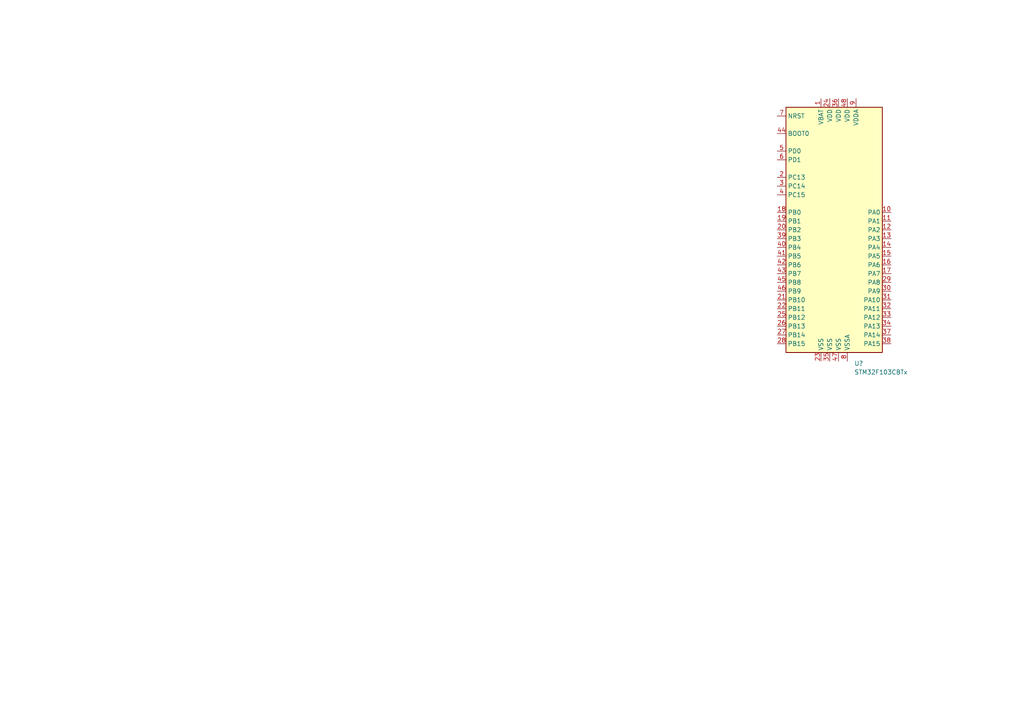
<source format=kicad_sch>
(kicad_sch (version 20211123) (generator eeschema)
  (paper "A4")
  (lib_symbols
    (symbol "MCU_ST_STM32F1:STM32F103CBTx"
      (property "Reference" "U" (at -15.24 36.83 0))
      (property "Value" "STM32F103CBTx" (at 7.62 36.83 0))
      (symbol "STM32F103CBTx_0_1"
        (rectangle (start -15.24 -35.56) (end 12.7 35.56) (stroke (width 0.254)) (fill (type background)))
      )
      (symbol "STM32F103CBTx_1_1"
        (pin power_in line (at -5.08 38.1 270) (length 2.54) (name "VBAT") (number "1"))
        (pin bidirectional line (at 15.24 5.08 180) (length 2.54) (name "PA0") (number "10"))
        (pin bidirectional line (at 15.24 2.54 180) (length 2.54) (name "PA1") (number "11"))
        (pin bidirectional line (at 15.24 0 180) (length 2.54) (name "PA2") (number "12"))
        (pin bidirectional line (at 15.24 -2.54 180) (length 2.54) (name "PA3") (number "13"))
        (pin bidirectional line (at 15.24 -5.08 180) (length 2.54) (name "PA4") (number "14"))
        (pin bidirectional line (at 15.24 -7.62 180) (length 2.54) (name "PA5") (number "15"))
        (pin bidirectional line (at 15.24 -10.16 180) (length 2.54) (name "PA6") (number "16"))
        (pin bidirectional line (at 15.24 -12.7 180) (length 2.54) (name "PA7") (number "17"))
        (pin bidirectional line (at -17.78 5.08 0) (length 2.54) (name "PB0") (number "18"))
        (pin bidirectional line (at -17.78 2.54 0) (length 2.54) (name "PB1") (number "19"))
        (pin bidirectional line (at -17.78 15.24 0) (length 2.54) (name "PC13") (number "2"))
        (pin bidirectional line (at -17.78 0 0) (length 2.54) (name "PB2") (number "20"))
        (pin bidirectional line (at -17.78 -20.32 0) (length 2.54) (name "PB10") (number "21"))
        (pin bidirectional line (at -17.78 -22.86 0) (length 2.54) (name "PB11") (number "22"))
        (pin power_in line (at -5.08 -38.1 90) (length 2.54) (name "VSS") (number "23"))
        (pin power_in line (at -2.54 38.1 270) (length 2.54) (name "VDD") (number "24"))
        (pin bidirectional line (at -17.78 -25.4 0) (length 2.54) (name "PB12") (number "25"))
        (pin bidirectional line (at -17.78 -27.94 0) (length 2.54) (name "PB13") (number "26"))
        (pin bidirectional line (at -17.78 -30.48 0) (length 2.54) (name "PB14") (number "27"))
        (pin bidirectional line (at -17.78 -33.02 0) (length 2.54) (name "PB15") (number "28"))
        (pin bidirectional line (at 15.24 -15.24 180) (length 2.54) (name "PA8") (number "29"))
        (pin bidirectional line (at -17.78 12.7 0) (length 2.54) (name "PC14") (number "3"))
        (pin bidirectional line (at 15.24 -17.78 180) (length 2.54) (name "PA9") (number "30"))
        (pin bidirectional line (at 15.24 -20.32 180) (length 2.54) (name "PA10") (number "31"))
        (pin bidirectional line (at 15.24 -22.86 180) (length 2.54) (name "PA11") (number "32"))
        (pin bidirectional line (at 15.24 -25.4 180) (length 2.54) (name "PA12") (number "33"))
        (pin bidirectional line (at 15.24 -27.94 180) (length 2.54) (name "PA13") (number "34"))
        (pin power_in line (at -2.54 -38.1 90) (length 2.54) (name "VSS") (number "35"))
        (pin power_in line (at 0 38.1 270) (length 2.54) (name "VDD") (number "36"))
        (pin bidirectional line (at 15.24 -30.48 180) (length 2.54) (name "PA14") (number "37"))
        (pin bidirectional line (at 15.24 -33.02 180) (length 2.54) (name "PA15") (number "38"))
        (pin bidirectional line (at -17.78 -2.54 0) (length 2.54) (name "PB3") (number "39"))
        (pin bidirectional line (at -17.78 10.16 0) (length 2.54) (name "PC15") (number "4"))
        (pin bidirectional line (at -17.78 -5.08 0) (length 2.54) (name "PB4") (number "40"))
        (pin bidirectional line (at -17.78 -7.62 0) (length 2.54) (name "PB5") (number "41"))
        (pin bidirectional line (at -17.78 -10.16 0) (length 2.54) (name "PB6") (number "42"))
        (pin bidirectional line (at -17.78 -12.7 0) (length 2.54) (name "PB7") (number "43"))
        (pin input line (at -17.78 27.94 0) (length 2.54) (name "BOOT0") (number "44"))
        (pin bidirectional line (at -17.78 -15.24 0) (length 2.54) (name "PB8") (number "45"))
        (pin bidirectional line (at -17.78 -17.78 0) (length 2.54) (name "PB9") (number "46"))
        (pin power_in line (at 0 -38.1 90) (length 2.54) (name "VSS") (number "47"))
        (pin power_in line (at 2.54 38.1 270) (length 2.54) (name "VDD") (number "48"))
        (pin input line (at -17.78 22.86 0) (length 2.54) (name "PD0") (number "5"))
        (pin input line (at -17.78 20.32 0) (length 2.54) (name "PD1") (number "6"))
        (pin input line (at -17.78 33.02 0) (length 2.54) (name "NRST") (number "7"))
        (pin power_in line (at 2.54 -38.1 90) (length 2.54) (name "VSSA") (number "8"))
        (pin power_in line (at 5.08 38.1 270) (length 2.54) (name "VDDA") (number "9"))
      )
    )
  )
  (symbol (lib_id "MCU_ST_STM32F1:STM32F103CBTx") (at 243.205 66.675 0) (unit 1)
    (property "Reference" "U?" (at 247.7644 105.41 0) (effects (justify left)))
    (property "Value" "STM32F103CBTx" (at 247.7644 107.95 0) (effects (justify left)))
    (property "Footprint" "Package_QFP:LQFP-48_7x7mm_P0.5mm" (effects hide))
    (property "Datasheet" "http://www.st.com/st-web-ui/static/active/en/resource/technical/document/datasheet/CD00161566.pdf" (effects hide))
  )
)
</source>
